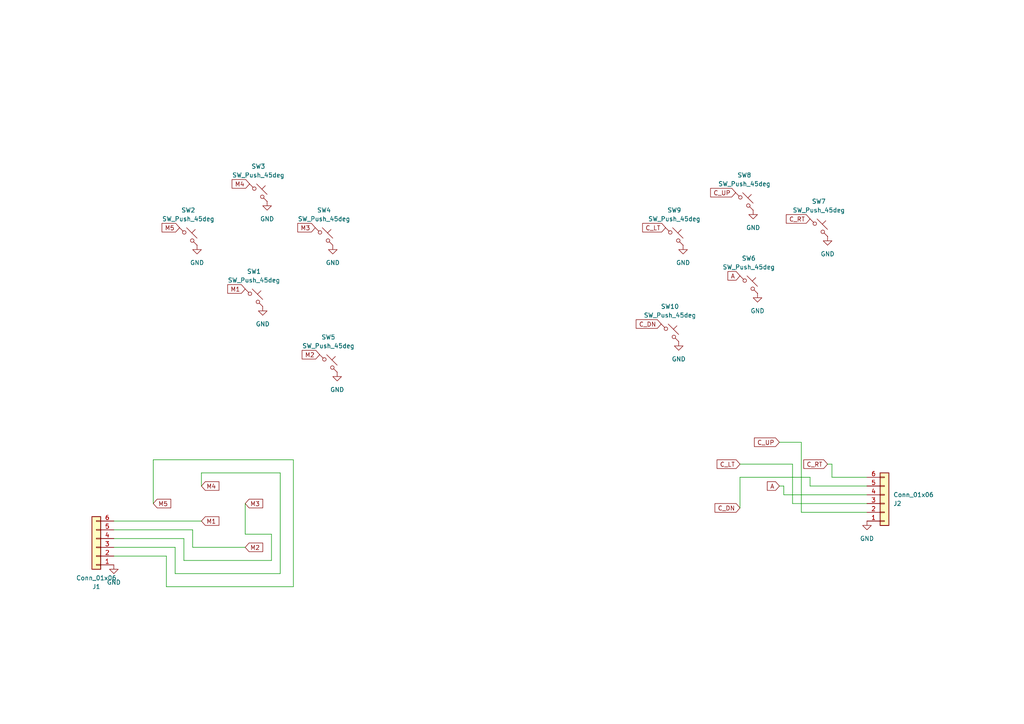
<source format=kicad_sch>
(kicad_sch (version 20230121) (generator eeschema)
  (paper "A4")
  (lib_symbols
    (symbol "Connector_Generic:Conn_01x06" (pin_names (offset 1.016) hide)
      (property "Reference" "J" (at 0 7.62 0))
      (property "Value" "Conn_01x06" (at 0 -10.16 0))
      (symbol "Conn_01x06_1_1"
        (rectangle (start -1.27 -7.493) (end 0 -7.747) (stroke (width 0.1524)))
        (rectangle (start -1.27 -4.953) (end 0 -5.207) (stroke (width 0.1524)))
        (rectangle (start -1.27 -2.413) (end 0 -2.667) (stroke (width 0.1524)))
        (rectangle (start -1.27 0.127) (end 0 -0.127) (stroke (width 0.1524)))
        (rectangle (start -1.27 2.667) (end 0 2.413) (stroke (width 0.1524)))
        (rectangle (start -1.27 5.207) (end 0 4.953) (stroke (width 0.1524)))
        (rectangle (start -1.27 6.35) (end 1.27 -8.89) (stroke (width 0.254)) (fill (type background)))
        (pin passive line (at -5.08 5.08 0) (length 3.81) (name "Pin_1") (number "1"))
        (pin passive line (at -5.08 2.54 0) (length 3.81) (name "Pin_2") (number "2"))
        (pin passive line (at -5.08 0 0) (length 3.81) (name "Pin_3") (number "3"))
        (pin passive line (at -5.08 -2.54 0) (length 3.81) (name "Pin_4") (number "4"))
        (pin passive line (at -5.08 -5.08 0) (length 3.81) (name "Pin_5") (number "5"))
        (pin passive line (at -5.08 -7.62 0) (length 3.81) (name "Pin_6") (number "6"))
      )
    )
    (symbol "GND_3" (power) (pin_names (offset 0))
      (property "Value" "GND_3" (at 0 -3.81 0))
      (symbol "GND_3_0_1"
        (polyline (pts (xy 0 0) (xy 0 -1.27) (xy 1.27 -1.27) (xy 0 -2.54) (xy -1.27 -1.27) (xy 0 -1.27)))
      )
      (symbol "GND_3_1_1"
        (pin power_in line (at 0 0 270) (length 0) hide (name "GND") (number "1"))
      )
    )
    (symbol "GND_4" (power) (pin_names (offset 0))
      (property "Value" "GND_4" (at 0 -3.81 0))
      (symbol "GND_4_0_1"
        (polyline (pts (xy 0 0) (xy 0 -1.27) (xy 1.27 -1.27) (xy 0 -2.54) (xy -1.27 -1.27) (xy 0 -1.27)))
      )
      (symbol "GND_4_1_1"
        (pin power_in line (at 0 0 270) (length 0) hide (name "GND") (number "1"))
      )
    )
    (symbol "Switch:SW_Push_45deg" (pin_numbers hide) (pin_names (offset 1.016) hide)
      (property "Reference" "SW" (at 3.048 1.016 0))
      (property "Value" "SW_Push_45deg" (at 0 -3.81 0))
      (symbol "SW_Push_45deg_0_1"
        (circle (center -1.1684 1.1684) (radius 0.508))
        (polyline (pts (xy -0.508 2.54) (xy 2.54 -0.508)))
        (polyline (pts (xy 1.016 1.016) (xy 2.032 2.032)))
        (polyline (pts (xy -2.54 2.54) (xy -1.524 1.524) (xy -1.524 1.524)))
        (polyline (pts (xy 1.524 -1.524) (xy 2.54 -2.54) (xy 2.54 -2.54) (xy 2.54 -2.54)))
        (circle (center 1.143 -1.1938) (radius 0.508))
        (pin passive line (at -2.54 2.54 0) (length 0) (name "1") (number "1"))
        (pin passive line (at 2.54 -2.54 180) (length 0) (name "2") (number "2"))
      )
    )
    (symbol "power:GND" (power) (pin_names (offset 0))
      (property "Value" "GND" (at 0 -3.81 0))
      (symbol "GND_0_1"
        (polyline (pts (xy 0 0) (xy 0 -1.27) (xy 1.27 -1.27) (xy 0 -2.54) (xy -1.27 -1.27) (xy 0 -1.27)))
      )
      (symbol "GND_1_1"
        (pin power_in line (at 0 0 270) (length 0) hide (name "GND") (number "1"))
      )
    )
  )
  (wire (pts (xy 85.09 170.18) (xy 48.26 170.18)))
  (wire (pts (xy 234.95 138.43) (xy 234.95 140.97)))
  (wire (pts (xy 81.28 166.37) (xy 50.8 166.37)))
  (wire (pts (xy 234.95 140.97) (xy 251.46 140.97)))
  (wire (pts (xy 78.74 154.94) (xy 78.74 162.56)))
  (wire (pts (xy 85.09 133.35) (xy 85.09 170.18)))
  (wire (pts (xy 78.74 162.56) (xy 53.34 162.56)))
  (wire (pts (xy 50.8 166.37) (xy 50.8 158.75)))
  (wire (pts (xy 226.06 128.27) (xy 232.41 128.27)))
  (wire (pts (xy 226.06 140.97) (xy 227.33 140.97)))
  (wire (pts (xy 241.3 134.62) (xy 241.3 138.43)))
  (wire (pts (xy 50.8 158.75) (xy 33.02 158.75)))
  (wire (pts (xy 71.12 158.75) (xy 55.88 158.75)))
  (wire (pts (xy 33.02 153.67) (xy 55.88 153.67)))
  (wire (pts (xy 227.33 140.97) (xy 227.33 143.51)))
  (wire (pts (xy 55.88 158.75) (xy 55.88 153.67)))
  (wire (pts (xy 44.45 133.35) (xy 85.09 133.35)))
  (wire (pts (xy 232.41 128.27) (xy 232.41 148.59)))
  (wire (pts (xy 58.42 140.97) (xy 58.42 137.16)))
  (wire (pts (xy 48.26 170.18) (xy 48.26 161.29)))
  (wire (pts (xy 53.34 156.21) (xy 33.02 156.21)))
  (wire (pts (xy 33.02 151.13) (xy 58.42 151.13)))
  (wire (pts (xy 214.63 138.43) (xy 234.95 138.43)))
  (wire (pts (xy 53.34 162.56) (xy 53.34 156.21)))
  (wire (pts (xy 227.33 143.51) (xy 251.46 143.51)))
  (wire (pts (xy 240.03 134.62) (xy 241.3 134.62)))
  (wire (pts (xy 214.63 147.32) (xy 214.63 138.43)))
  (wire (pts (xy 71.12 154.94) (xy 78.74 154.94)))
  (wire (pts (xy 229.87 134.62) (xy 229.87 146.05)))
  (wire (pts (xy 81.28 137.16) (xy 81.28 166.37)))
  (wire (pts (xy 44.45 146.05) (xy 44.45 133.35)))
  (wire (pts (xy 214.63 134.62) (xy 229.87 134.62)))
  (wire (pts (xy 58.42 137.16) (xy 81.28 137.16)))
  (wire (pts (xy 232.41 148.59) (xy 251.46 148.59)))
  (wire (pts (xy 229.87 146.05) (xy 251.46 146.05)))
  (wire (pts (xy 71.12 146.05) (xy 71.12 154.94)))
  (wire (pts (xy 48.26 161.29) (xy 33.02 161.29)))
  (wire (pts (xy 241.3 138.43) (xy 251.46 138.43)))
  (global_label "C_RT" (shape input) (at 234.95 63.5 180) (property "Intersheetrefs" "${INTERSHEET_REFS}" (effects hide)))
  (global_label "M4" (shape input) (at 58.42 140.97 0) (property "Intersheetrefs" "${INTERSHEET_REFS}" (effects hide)))
  (global_label "C_LT" (shape input) (at 214.63 134.62 180) (property "Intersheetrefs" "${INTERSHEET_REFS}" (effects hide)))
  (global_label "M3" (shape input) (at 91.44 66.04 180) (property "Intersheetrefs" "${INTERSHEET_REFS}" (effects hide)))
  (global_label "A" (shape input) (at 214.63 80.01 180) (property "Intersheetrefs" "${INTERSHEET_REFS}" (effects hide)))
  (global_label "M3" (shape input) (at 71.12 146.05 0) (property "Intersheetrefs" "${INTERSHEET_REFS}" (effects hide)))
  (global_label "M1" (shape input) (at 71.12 83.82 180) (property "Intersheetrefs" "${INTERSHEET_REFS}" (effects hide)))
  (global_label "C_DN" (shape input) (at 214.63 147.32 180) (property "Intersheetrefs" "${INTERSHEET_REFS}" (effects hide)))
  (global_label "M2" (shape input) (at 71.12 158.75 0) (property "Intersheetrefs" "${INTERSHEET_REFS}" (effects hide)))
  (global_label "C_RT" (shape input) (at 240.03 134.62 180) (property "Intersheetrefs" "${INTERSHEET_REFS}" (effects hide)))
  (global_label "C_UP" (shape input) (at 213.36 55.88 180) (property "Intersheetrefs" "${INTERSHEET_REFS}" (effects hide)))
  (global_label "M2" (shape input) (at 92.71 102.87 180) (property "Intersheetrefs" "${INTERSHEET_REFS}" (effects hide)))
  (global_label "C_UP" (shape input) (at 226.06 128.27 180) (property "Intersheetrefs" "${INTERSHEET_REFS}" (effects hide)))
  (global_label "M4" (shape input) (at 72.39 53.34 180) (property "Intersheetrefs" "${INTERSHEET_REFS}" (effects hide)))
  (global_label "M1" (shape input) (at 58.42 151.13 0) (property "Intersheetrefs" "${INTERSHEET_REFS}" (effects hide)))
  (global_label "A" (shape input) (at 226.06 140.97 180) (property "Intersheetrefs" "${INTERSHEET_REFS}" (effects hide)))
  (global_label "C_LT" (shape input) (at 193.04 66.04 180) (property "Intersheetrefs" "${INTERSHEET_REFS}" (effects hide)))
  (global_label "M5" (shape input) (at 52.07 66.04 180) (property "Intersheetrefs" "${INTERSHEET_REFS}" (effects hide)))
  (global_label "C_DN" (shape input) (at 191.77 93.98 180) (property "Intersheetrefs" "${INTERSHEET_REFS}" (effects hide)))
  (global_label "M5" (shape input) (at 44.45 146.05 0) (property "Intersheetrefs" "${INTERSHEET_REFS}" (effects hide)))
  (symbol (lib_id "Switch:SW_Push_45deg") (at 54.61 68.58 0) (unit 1)
    (property "Reference" "SW2" (at 54.61 60.96 0))
    (property "Value" "SW_Push_45deg" (at 54.61 63.5 0))
    (property "Footprint" "Buttons:Vbox" (effects hide))
  )
  (symbol (lib_id "power:GND") (at 196.85 99.06 0) (unit 1)
    (property "Reference" "#PWR08" (effects hide))
    (property "Value" "GND" (at 196.85 104.14 0))
  )
  (symbol (lib_id "Switch:SW_Push_45deg") (at 195.58 68.58 0) (unit 1)
    (property "Reference" "SW9" (at 195.58 60.96 0))
    (property "Value" "SW_Push_45deg" (at 195.58 63.5 0))
    (property "Footprint" "Buttons:Vbox" (effects hide))
  )
  (symbol (lib_id "power:GND") (at 96.52 71.12 0) (unit 1)
    (property "Reference" "#PWR03" (effects hide))
    (property "Value" "GND" (at 96.52 76.2 0))
  )
  (symbol (lib_id "power:GND") (at 198.12 71.12 0) (unit 1)
    (property "Reference" "#PWR09" (effects hide))
    (property "Value" "GND" (at 198.12 76.2 0))
  )
  (symbol (lib_id "Switch:SW_Push_45deg") (at 237.49 66.04 0) (unit 1)
    (property "Reference" "SW7" (at 237.49 58.42 0))
    (property "Value" "SW_Push_45deg" (at 237.49 60.96 0))
    (property "Footprint" "Buttons:Vbox" (effects hide))
  )
  (symbol (lib_name "GND_4") (lib_id "power:GND") (at 251.46 151.13 0) (unit 1)
    (property "Reference" "#PWR06" (effects hide))
    (property "Value" "GND" (at 251.46 156.21 0))
  )
  (symbol (lib_id "power:GND") (at 240.03 68.58 0) (unit 1)
    (property "Reference" "#PWR011" (effects hide))
    (property "Value" "GND" (at 240.03 73.66 0))
  )
  (symbol (lib_id "Switch:SW_Push_45deg") (at 93.98 68.58 0) (unit 1)
    (property "Reference" "SW4" (at 93.98 60.96 0))
    (property "Value" "SW_Push_45deg" (at 93.98 63.5 0))
    (property "Footprint" "Buttons:Vbox" (effects hide))
  )
  (symbol (lib_id "power:GND") (at 219.71 85.09 0) (unit 1)
    (property "Reference" "#PWR012" (effects hide))
    (property "Value" "GND" (at 219.71 90.17 0))
  )
  (symbol (lib_id "Connector_Generic:Conn_01x06") (at 256.54 146.05 0) (mirror x) (unit 1)
    (property "Reference" "J2" (at 259.08 146.05 0) (effects (justify left)))
    (property "Value" "Conn_01x06" (at 259.08 143.51 0) (effects (justify left)))
    (property "Footprint" "Connector_JST:JST_PH_S6B-PH-SM4-TB_1x06-1MP_P2.00mm_Horizontal" (effects hide))
  )
  (symbol (lib_id "power:GND") (at 57.15 71.12 0) (unit 1)
    (property "Reference" "#PWR01" (effects hide))
    (property "Value" "GND" (at 57.15 76.2 0))
  )
  (symbol (lib_id "power:GND") (at 76.2 88.9 0) (unit 1)
    (property "Reference" "#PWR04" (effects hide))
    (property "Value" "GND" (at 76.2 93.98 0))
  )
  (symbol (lib_id "Switch:SW_Push_45deg") (at 95.25 105.41 0) (unit 1)
    (property "Reference" "SW5" (at 95.25 97.79 0))
    (property "Value" "SW_Push_45deg" (at 95.25 100.33 0))
    (property "Footprint" "Buttons:Vbox" (effects hide))
  )
  (symbol (lib_id "Switch:SW_Push_45deg") (at 215.9 58.42 0) (unit 1)
    (property "Reference" "SW8" (at 215.9 50.8 0))
    (property "Value" "SW_Push_45deg" (at 215.9 53.34 0))
    (property "Footprint" "Buttons:Vbox" (effects hide))
  )
  (symbol (lib_id "Switch:SW_Push_45deg") (at 74.93 55.88 0) (unit 1)
    (property "Reference" "SW3" (at 74.93 48.26 0))
    (property "Value" "SW_Push_45deg" (at 74.93 50.8 0))
    (property "Footprint" "Buttons:Vbox" (effects hide))
  )
  (symbol (lib_id "Switch:SW_Push_45deg") (at 194.31 96.52 0) (unit 1)
    (property "Reference" "SW10" (at 194.31 88.9 0))
    (property "Value" "SW_Push_45deg" (at 194.31 91.44 0))
    (property "Footprint" "Buttons:Vbox" (effects hide))
  )
  (symbol (lib_id "power:GND") (at 97.79 107.95 0) (unit 1)
    (property "Reference" "#PWR07" (effects hide))
    (property "Value" "GND" (at 97.79 113.03 0))
  )
  (symbol (lib_id "Switch:SW_Push_45deg") (at 73.66 86.36 0) (unit 1)
    (property "Reference" "SW1" (at 73.66 78.74 0))
    (property "Value" "SW_Push_45deg" (at 73.66 81.28 0))
    (property "Footprint" "Buttons:Vbox" (effects hide))
  )
  (symbol (lib_id "Connector_Generic:Conn_01x06") (at 27.94 158.75 180) (unit 1)
    (property "Reference" "J1" (at 27.94 170.18 0))
    (property "Value" "Conn_01x06" (at 27.94 167.64 0))
    (property "Footprint" "Connector_JST:JST_PH_S6B-PH-SM4-TB_1x06-1MP_P2.00mm_Horizontal" (effects hide))
  )
  (symbol (lib_id "power:GND") (at 77.47 58.42 0) (unit 1)
    (property "Reference" "#PWR02" (effects hide))
    (property "Value" "GND" (at 77.47 63.5 0))
  )
  (symbol (lib_id "power:GND") (at 218.44 60.96 0) (unit 1)
    (property "Reference" "#PWR010" (effects hide))
    (property "Value" "GND" (at 218.44 66.04 0))
  )
  (symbol (lib_id "Switch:SW_Push_45deg") (at 217.17 82.55 0) (unit 1)
    (property "Reference" "SW6" (at 217.17 74.93 0))
    (property "Value" "SW_Push_45deg" (at 217.17 77.47 0))
    (property "Footprint" "Buttons:Vbox" (effects hide))
  )
  (symbol (lib_name "GND_3") (lib_id "power:GND") (at 33.02 163.83 0) (unit 1)
    (property "Reference" "#PWR05" (effects hide))
    (property "Value" "GND" (at 33.02 168.91 0))
  )
)
</source>
